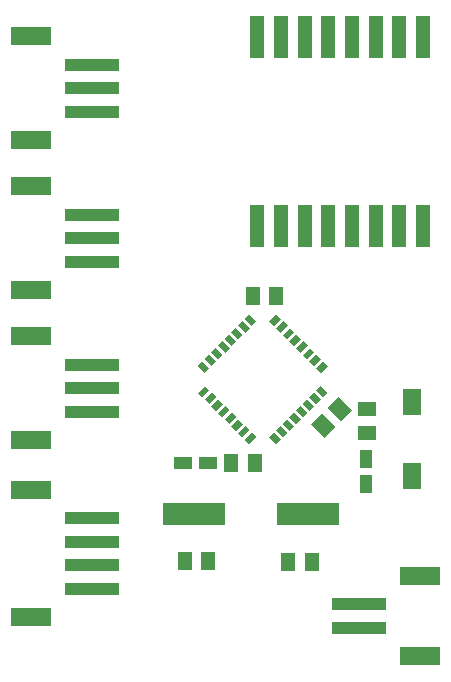
<source format=gbr>
G04 EAGLE Gerber X2 export*
%TF.Part,Single*%
%TF.FileFunction,Paste,Top*%
%TF.FilePolarity,Positive*%
%TF.GenerationSoftware,Autodesk,EAGLE,8.6.0*%
%TF.CreationDate,2018-02-12T05:02:09Z*%
G75*
%MOMM*%
%FSLAX34Y34*%
%LPD*%
%AMOC8*
5,1,8,0,0,1.08239X$1,22.5*%
G01*
%ADD10R,1.300000X1.600000*%
%ADD11R,5.334000X1.930400*%
%ADD12R,1.200000X3.600000*%
%ADD13R,1.600000X2.300000*%
%ADD14R,1.600000X1.300000*%
%ADD15R,1.000000X1.500000*%
%ADD16R,0.540000X0.850000*%
%ADD17R,1.500000X1.000000*%
%ADD18R,4.600000X1.000000*%
%ADD19R,3.400000X1.600000*%


D10*
X178402Y161290D03*
X158402Y161290D03*
X246286Y160528D03*
X266286Y160528D03*
D11*
X262890Y200660D03*
X166370Y200660D03*
D12*
X360010Y604779D03*
X340010Y604779D03*
X320010Y604779D03*
X300010Y604779D03*
X280010Y604779D03*
X260010Y604779D03*
X240010Y604779D03*
X220010Y604779D03*
X220010Y444779D03*
X240010Y444779D03*
X260010Y444779D03*
X280010Y444779D03*
X300010Y444779D03*
X320010Y444779D03*
X340010Y444779D03*
X360010Y444779D03*
D10*
X216060Y385572D03*
X236060Y385572D03*
G36*
X285630Y274571D02*
X276437Y265378D01*
X265124Y276691D01*
X274317Y285884D01*
X285630Y274571D01*
G37*
G36*
X299772Y288713D02*
X290579Y279520D01*
X279266Y290833D01*
X288459Y300026D01*
X299772Y288713D01*
G37*
D13*
X350520Y295660D03*
X350520Y232660D03*
D14*
X312674Y269400D03*
X312674Y289400D03*
D15*
X312166Y247507D03*
X312166Y226457D03*
D10*
X217772Y243840D03*
X197772Y243840D03*
D16*
G36*
X239880Y263836D02*
X236062Y260018D01*
X230052Y266028D01*
X233870Y269846D01*
X239880Y263836D01*
G37*
G36*
X245537Y269493D02*
X241719Y265675D01*
X235709Y271685D01*
X239527Y275503D01*
X245537Y269493D01*
G37*
G36*
X251194Y275150D02*
X247376Y271332D01*
X241366Y277342D01*
X245184Y281160D01*
X251194Y275150D01*
G37*
G36*
X256850Y280807D02*
X253032Y276989D01*
X247022Y282999D01*
X250840Y286817D01*
X256850Y280807D01*
G37*
G36*
X262507Y286464D02*
X258689Y282646D01*
X252679Y288656D01*
X256497Y292474D01*
X262507Y286464D01*
G37*
G36*
X268093Y292050D02*
X264275Y288232D01*
X258265Y294242D01*
X262083Y298060D01*
X268093Y292050D01*
G37*
G36*
X273750Y297707D02*
X269932Y293889D01*
X263922Y299899D01*
X267740Y303717D01*
X273750Y297707D01*
G37*
G36*
X279407Y303363D02*
X275589Y299545D01*
X269579Y305555D01*
X273397Y309373D01*
X279407Y303363D01*
G37*
G36*
X275660Y330304D02*
X279478Y326486D01*
X273468Y320476D01*
X269650Y324294D01*
X275660Y330304D01*
G37*
G36*
X270003Y335961D02*
X273821Y332143D01*
X267811Y326133D01*
X263993Y329951D01*
X270003Y335961D01*
G37*
G36*
X264346Y341618D02*
X268164Y337800D01*
X262154Y331790D01*
X258336Y335608D01*
X264346Y341618D01*
G37*
G36*
X258689Y347274D02*
X262507Y343456D01*
X256497Y337446D01*
X252679Y341264D01*
X258689Y347274D01*
G37*
G36*
X253032Y352931D02*
X256850Y349113D01*
X250840Y343103D01*
X247022Y346921D01*
X253032Y352931D01*
G37*
G36*
X247376Y358588D02*
X251194Y354770D01*
X245184Y348760D01*
X241366Y352578D01*
X247376Y358588D01*
G37*
G36*
X241719Y364245D02*
X245537Y360427D01*
X239527Y354417D01*
X235709Y358235D01*
X241719Y364245D01*
G37*
G36*
X236062Y369902D02*
X239880Y366084D01*
X233870Y360074D01*
X230052Y363892D01*
X236062Y369902D01*
G37*
G36*
X209192Y366084D02*
X213010Y369902D01*
X219020Y363892D01*
X215202Y360074D01*
X209192Y366084D01*
G37*
G36*
X203535Y360427D02*
X207353Y364245D01*
X213363Y358235D01*
X209545Y354417D01*
X203535Y360427D01*
G37*
G36*
X197878Y354770D02*
X201696Y358588D01*
X207706Y352578D01*
X203888Y348760D01*
X197878Y354770D01*
G37*
G36*
X192222Y349113D02*
X196040Y352931D01*
X202050Y346921D01*
X198232Y343103D01*
X192222Y349113D01*
G37*
G36*
X186565Y343456D02*
X190383Y347274D01*
X196393Y341264D01*
X192575Y337446D01*
X186565Y343456D01*
G37*
G36*
X180908Y337800D02*
X184726Y341618D01*
X190736Y335608D01*
X186918Y331790D01*
X180908Y337800D01*
G37*
G36*
X175251Y332143D02*
X179069Y335961D01*
X185079Y329951D01*
X181261Y326133D01*
X175251Y332143D01*
G37*
G36*
X169594Y326486D02*
X173412Y330304D01*
X179422Y324294D01*
X175604Y320476D01*
X169594Y326486D01*
G37*
G36*
X173412Y299616D02*
X169594Y303434D01*
X175604Y309444D01*
X179422Y305626D01*
X173412Y299616D01*
G37*
G36*
X179069Y293959D02*
X175251Y297777D01*
X181261Y303787D01*
X185079Y299969D01*
X179069Y293959D01*
G37*
G36*
X184726Y288302D02*
X180908Y292120D01*
X186918Y298130D01*
X190736Y294312D01*
X184726Y288302D01*
G37*
G36*
X190383Y282646D02*
X186565Y286464D01*
X192575Y292474D01*
X196393Y288656D01*
X190383Y282646D01*
G37*
G36*
X196040Y276989D02*
X192222Y280807D01*
X198232Y286817D01*
X202050Y282999D01*
X196040Y276989D01*
G37*
G36*
X201696Y271332D02*
X197878Y275150D01*
X203888Y281160D01*
X207706Y277342D01*
X201696Y271332D01*
G37*
G36*
X207353Y265675D02*
X203535Y269493D01*
X209545Y275503D01*
X213363Y271685D01*
X207353Y265675D01*
G37*
G36*
X213010Y260018D02*
X209192Y263836D01*
X215202Y269846D01*
X219020Y266028D01*
X213010Y260018D01*
G37*
D17*
X157115Y243840D03*
X178165Y243840D03*
D18*
X80180Y137320D03*
X80180Y157320D03*
D19*
X28180Y113320D03*
X28180Y221320D03*
D18*
X80180Y177320D03*
X80180Y197320D03*
X80340Y541340D03*
X80340Y561340D03*
D19*
X28340Y517340D03*
X28340Y605340D03*
D18*
X80340Y581340D03*
X80340Y414340D03*
X80340Y434340D03*
D19*
X28340Y390340D03*
X28340Y478340D03*
D18*
X80340Y454340D03*
X80340Y287340D03*
X80340Y307340D03*
D19*
X28340Y263340D03*
X28340Y351340D03*
D18*
X80340Y327340D03*
X305900Y124300D03*
X305900Y104300D03*
D19*
X357900Y148300D03*
X357900Y80300D03*
M02*

</source>
